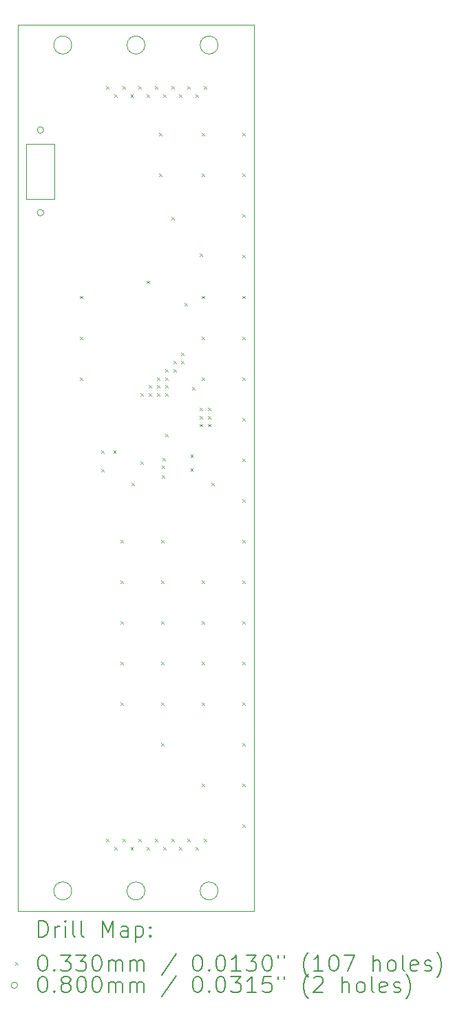
<source format=gbr>
%TF.GenerationSoftware,KiCad,Pcbnew,7.0.5*%
%TF.CreationDate,2023-06-06T16:58:11-04:00*%
%TF.ProjectId,SIDE,53494445-2e6b-4696-9361-645f70636258,rev?*%
%TF.SameCoordinates,Original*%
%TF.FileFunction,Drillmap*%
%TF.FilePolarity,Positive*%
%FSLAX45Y45*%
G04 Gerber Fmt 4.5, Leading zero omitted, Abs format (unit mm)*
G04 Created by KiCad (PCBNEW 7.0.5) date 2023-06-06 16:58:11*
%MOMM*%
%LPD*%
G01*
G04 APERTURE LIST*
%ADD10C,0.100000*%
%ADD11C,0.200000*%
%ADD12C,0.033020*%
%ADD13C,0.080000*%
G04 APERTURE END LIST*
D10*
X16622000Y-15021802D02*
X13722000Y-15021802D01*
X16622000Y-4121802D02*
X13722000Y-4121802D01*
X15282000Y-14771802D02*
G75*
G03*
X15282000Y-14771802I-110000J0D01*
G01*
X16622000Y-4121802D02*
X16622000Y-15021802D01*
X16182000Y-14771802D02*
G75*
G03*
X16182000Y-14771802I-110000J0D01*
G01*
X14382000Y-14771802D02*
G75*
G03*
X14382000Y-14771802I-110000J0D01*
G01*
X14382000Y-4371802D02*
G75*
G03*
X14382000Y-4371802I-110000J0D01*
G01*
X16182000Y-4371802D02*
G75*
G03*
X16182000Y-4371802I-110000J0D01*
G01*
X13722000Y-4121802D02*
X13722000Y-15021802D01*
X13822000Y-5591802D02*
X14172000Y-5591802D01*
X14172000Y-6261802D01*
X13822000Y-6261802D01*
X13822000Y-5591802D01*
X15282000Y-4371802D02*
G75*
G03*
X15282000Y-4371802I-110000J0D01*
G01*
D11*
D12*
X14480490Y-7455292D02*
X14513510Y-7488312D01*
X14513510Y-7455292D02*
X14480490Y-7488312D01*
X14480490Y-7955292D02*
X14513510Y-7988312D01*
X14513510Y-7955292D02*
X14480490Y-7988312D01*
X14480490Y-8455292D02*
X14513510Y-8488312D01*
X14513510Y-8455292D02*
X14480490Y-8488312D01*
X14742240Y-9359292D02*
X14775260Y-9392312D01*
X14775260Y-9359292D02*
X14742240Y-9392312D01*
X14742240Y-9588292D02*
X14775260Y-9621312D01*
X14775260Y-9588292D02*
X14742240Y-9621312D01*
X14805490Y-4880292D02*
X14838510Y-4913312D01*
X14838510Y-4880292D02*
X14805490Y-4913312D01*
X14805490Y-14130292D02*
X14838510Y-14163312D01*
X14838510Y-14130292D02*
X14805490Y-14163312D01*
X14893490Y-9357542D02*
X14926510Y-9390562D01*
X14926510Y-9357542D02*
X14893490Y-9390562D01*
X14905490Y-4980292D02*
X14938510Y-5013312D01*
X14938510Y-4980292D02*
X14905490Y-5013312D01*
X14905490Y-14230292D02*
X14938510Y-14263312D01*
X14938510Y-14230292D02*
X14905490Y-14263312D01*
X14980490Y-10455292D02*
X15013510Y-10488312D01*
X15013510Y-10455292D02*
X14980490Y-10488312D01*
X14980490Y-10955292D02*
X15013510Y-10988312D01*
X15013510Y-10955292D02*
X14980490Y-10988312D01*
X14980490Y-11455292D02*
X15013510Y-11488312D01*
X15013510Y-11455292D02*
X14980490Y-11488312D01*
X14980490Y-11955292D02*
X15013510Y-11988312D01*
X15013510Y-11955292D02*
X14980490Y-11988312D01*
X14980490Y-12455292D02*
X15013510Y-12488312D01*
X15013510Y-12455292D02*
X14980490Y-12488312D01*
X15005490Y-4880292D02*
X15038510Y-4913312D01*
X15038510Y-4880292D02*
X15005490Y-4913312D01*
X15005490Y-14130292D02*
X15038510Y-14163312D01*
X15038510Y-14130292D02*
X15005490Y-14163312D01*
X15105490Y-4980292D02*
X15138510Y-5013312D01*
X15138510Y-4980292D02*
X15105490Y-5013312D01*
X15105490Y-14230292D02*
X15138510Y-14263312D01*
X15138510Y-14230292D02*
X15105490Y-14263312D01*
X15114240Y-9752292D02*
X15147260Y-9785312D01*
X15147260Y-9752292D02*
X15114240Y-9785312D01*
X15205490Y-4880292D02*
X15238510Y-4913312D01*
X15238510Y-4880292D02*
X15205490Y-4913312D01*
X15205490Y-14130292D02*
X15238510Y-14163312D01*
X15238510Y-14130292D02*
X15205490Y-14163312D01*
X15229490Y-9493292D02*
X15262510Y-9526312D01*
X15262510Y-9493292D02*
X15229490Y-9526312D01*
X15230490Y-8655292D02*
X15263510Y-8688312D01*
X15263510Y-8655292D02*
X15230490Y-8688312D01*
X15305490Y-4980292D02*
X15338510Y-5013312D01*
X15338510Y-4980292D02*
X15305490Y-5013312D01*
X15305490Y-7269292D02*
X15338510Y-7302312D01*
X15338510Y-7269292D02*
X15305490Y-7302312D01*
X15305490Y-14230292D02*
X15338510Y-14263312D01*
X15338510Y-14230292D02*
X15305490Y-14263312D01*
X15330490Y-8555292D02*
X15363510Y-8588312D01*
X15363510Y-8555292D02*
X15330490Y-8588312D01*
X15330490Y-8655292D02*
X15363510Y-8688312D01*
X15363510Y-8655292D02*
X15330490Y-8688312D01*
X15405490Y-4880292D02*
X15438510Y-4913312D01*
X15438510Y-4880292D02*
X15405490Y-4913312D01*
X15405490Y-14130292D02*
X15438510Y-14163312D01*
X15438510Y-14130292D02*
X15405490Y-14163312D01*
X15430490Y-8455292D02*
X15463510Y-8488312D01*
X15463510Y-8455292D02*
X15430490Y-8488312D01*
X15430490Y-8555292D02*
X15463510Y-8588312D01*
X15463510Y-8555292D02*
X15430490Y-8588312D01*
X15430490Y-8655292D02*
X15463510Y-8688312D01*
X15463510Y-8655292D02*
X15430490Y-8688312D01*
X15455490Y-5455292D02*
X15488510Y-5488312D01*
X15488510Y-5455292D02*
X15455490Y-5488312D01*
X15455490Y-5955292D02*
X15488510Y-5988312D01*
X15488510Y-5955292D02*
X15455490Y-5988312D01*
X15480490Y-10455292D02*
X15513510Y-10488312D01*
X15513510Y-10455292D02*
X15480490Y-10488312D01*
X15480490Y-10955292D02*
X15513510Y-10988312D01*
X15513510Y-10955292D02*
X15480490Y-10988312D01*
X15480490Y-11455292D02*
X15513510Y-11488312D01*
X15513510Y-11455292D02*
X15480490Y-11488312D01*
X15480490Y-11955292D02*
X15513510Y-11988312D01*
X15513510Y-11955292D02*
X15480490Y-11988312D01*
X15480490Y-12455292D02*
X15513510Y-12488312D01*
X15513510Y-12455292D02*
X15480490Y-12488312D01*
X15480490Y-12955292D02*
X15513510Y-12988312D01*
X15513510Y-12955292D02*
X15480490Y-12988312D01*
X15488490Y-9541292D02*
X15521510Y-9574312D01*
X15521510Y-9541292D02*
X15488490Y-9574312D01*
X15493490Y-9659292D02*
X15526510Y-9692312D01*
X15526510Y-9659292D02*
X15493490Y-9692312D01*
X15495490Y-9448292D02*
X15528510Y-9481312D01*
X15528510Y-9448292D02*
X15495490Y-9481312D01*
X15505490Y-4980292D02*
X15538510Y-5013312D01*
X15538510Y-4980292D02*
X15505490Y-5013312D01*
X15505490Y-14230292D02*
X15538510Y-14263312D01*
X15538510Y-14230292D02*
X15505490Y-14263312D01*
X15530490Y-8355292D02*
X15563510Y-8388312D01*
X15563510Y-8355292D02*
X15530490Y-8388312D01*
X15530490Y-8455292D02*
X15563510Y-8488312D01*
X15563510Y-8455292D02*
X15530490Y-8488312D01*
X15530490Y-8555292D02*
X15563510Y-8588312D01*
X15563510Y-8555292D02*
X15530490Y-8588312D01*
X15530490Y-8655292D02*
X15563510Y-8688312D01*
X15563510Y-8655292D02*
X15530490Y-8688312D01*
X15530490Y-9155292D02*
X15563510Y-9188312D01*
X15563510Y-9155292D02*
X15530490Y-9188312D01*
X15605490Y-4880292D02*
X15638510Y-4913312D01*
X15638510Y-4880292D02*
X15605490Y-4913312D01*
X15605490Y-6483490D02*
X15638510Y-6516510D01*
X15638510Y-6483490D02*
X15605490Y-6516510D01*
X15605490Y-14130292D02*
X15638510Y-14163312D01*
X15638510Y-14130292D02*
X15605490Y-14163312D01*
X15630490Y-8255292D02*
X15663510Y-8288312D01*
X15663510Y-8255292D02*
X15630490Y-8288312D01*
X15630490Y-8355292D02*
X15663510Y-8388312D01*
X15663510Y-8355292D02*
X15630490Y-8388312D01*
X15705490Y-4980292D02*
X15738510Y-5013312D01*
X15738510Y-4980292D02*
X15705490Y-5013312D01*
X15705490Y-14230292D02*
X15738510Y-14263312D01*
X15738510Y-14230292D02*
X15705490Y-14263312D01*
X15730490Y-8155292D02*
X15763510Y-8188312D01*
X15763510Y-8155292D02*
X15730490Y-8188312D01*
X15730490Y-8255292D02*
X15763510Y-8288312D01*
X15763510Y-8255292D02*
X15730490Y-8288312D01*
X15767490Y-7546292D02*
X15800510Y-7579312D01*
X15800510Y-7546292D02*
X15767490Y-7579312D01*
X15805490Y-4880292D02*
X15838510Y-4913312D01*
X15838510Y-4880292D02*
X15805490Y-4913312D01*
X15805490Y-14130292D02*
X15838510Y-14163312D01*
X15838510Y-14130292D02*
X15805490Y-14163312D01*
X15841490Y-9403292D02*
X15874510Y-9436312D01*
X15874510Y-9403292D02*
X15841490Y-9436312D01*
X15841490Y-9575542D02*
X15874510Y-9608562D01*
X15874510Y-9575542D02*
X15841490Y-9608562D01*
X15859490Y-8578292D02*
X15892510Y-8611312D01*
X15892510Y-8578292D02*
X15859490Y-8611312D01*
X15905490Y-4980292D02*
X15938510Y-5013312D01*
X15938510Y-4980292D02*
X15905490Y-5013312D01*
X15905490Y-14230292D02*
X15938510Y-14263312D01*
X15938510Y-14230292D02*
X15905490Y-14263312D01*
X15955490Y-6933490D02*
X15988510Y-6966510D01*
X15988510Y-6933490D02*
X15955490Y-6966510D01*
X15955490Y-8830292D02*
X15988510Y-8863312D01*
X15988510Y-8830292D02*
X15955490Y-8863312D01*
X15955490Y-8930292D02*
X15988510Y-8963312D01*
X15988510Y-8930292D02*
X15955490Y-8963312D01*
X15955490Y-9030292D02*
X15988510Y-9063312D01*
X15988510Y-9030292D02*
X15955490Y-9063312D01*
X15980490Y-5455292D02*
X16013510Y-5488312D01*
X16013510Y-5455292D02*
X15980490Y-5488312D01*
X15980490Y-5955292D02*
X16013510Y-5988312D01*
X16013510Y-5955292D02*
X15980490Y-5988312D01*
X15980490Y-7455292D02*
X16013510Y-7488312D01*
X16013510Y-7455292D02*
X15980490Y-7488312D01*
X15980490Y-7955292D02*
X16013510Y-7988312D01*
X16013510Y-7955292D02*
X15980490Y-7988312D01*
X15980490Y-8455292D02*
X16013510Y-8488312D01*
X16013510Y-8455292D02*
X15980490Y-8488312D01*
X15980490Y-10955292D02*
X16013510Y-10988312D01*
X16013510Y-10955292D02*
X15980490Y-10988312D01*
X15980490Y-11455292D02*
X16013510Y-11488312D01*
X16013510Y-11455292D02*
X15980490Y-11488312D01*
X15980490Y-11955292D02*
X16013510Y-11988312D01*
X16013510Y-11955292D02*
X15980490Y-11988312D01*
X15980490Y-12455292D02*
X16013510Y-12488312D01*
X16013510Y-12455292D02*
X15980490Y-12488312D01*
X15980490Y-13455292D02*
X16013510Y-13488312D01*
X16013510Y-13455292D02*
X15980490Y-13488312D01*
X16005490Y-4880292D02*
X16038510Y-4913312D01*
X16038510Y-4880292D02*
X16005490Y-4913312D01*
X16005490Y-14130292D02*
X16038510Y-14163312D01*
X16038510Y-14130292D02*
X16005490Y-14163312D01*
X16055490Y-8830292D02*
X16088510Y-8863312D01*
X16088510Y-8830292D02*
X16055490Y-8863312D01*
X16055490Y-8930292D02*
X16088510Y-8963312D01*
X16088510Y-8930292D02*
X16055490Y-8963312D01*
X16055490Y-9030292D02*
X16088510Y-9063312D01*
X16088510Y-9030292D02*
X16055490Y-9063312D01*
X16098490Y-9752292D02*
X16131510Y-9785312D01*
X16131510Y-9752292D02*
X16098490Y-9785312D01*
X16480490Y-5455292D02*
X16513510Y-5488312D01*
X16513510Y-5455292D02*
X16480490Y-5488312D01*
X16480490Y-5955292D02*
X16513510Y-5988312D01*
X16513510Y-5955292D02*
X16480490Y-5988312D01*
X16480490Y-6455292D02*
X16513510Y-6488312D01*
X16513510Y-6455292D02*
X16480490Y-6488312D01*
X16480490Y-6955292D02*
X16513510Y-6988312D01*
X16513510Y-6955292D02*
X16480490Y-6988312D01*
X16480490Y-7455292D02*
X16513510Y-7488312D01*
X16513510Y-7455292D02*
X16480490Y-7488312D01*
X16480490Y-7955292D02*
X16513510Y-7988312D01*
X16513510Y-7955292D02*
X16480490Y-7988312D01*
X16480490Y-8455292D02*
X16513510Y-8488312D01*
X16513510Y-8455292D02*
X16480490Y-8488312D01*
X16480490Y-8955292D02*
X16513510Y-8988312D01*
X16513510Y-8955292D02*
X16480490Y-8988312D01*
X16480490Y-9455292D02*
X16513510Y-9488312D01*
X16513510Y-9455292D02*
X16480490Y-9488312D01*
X16480490Y-9955292D02*
X16513510Y-9988312D01*
X16513510Y-9955292D02*
X16480490Y-9988312D01*
X16480490Y-10455292D02*
X16513510Y-10488312D01*
X16513510Y-10455292D02*
X16480490Y-10488312D01*
X16480490Y-10955292D02*
X16513510Y-10988312D01*
X16513510Y-10955292D02*
X16480490Y-10988312D01*
X16480490Y-11455292D02*
X16513510Y-11488312D01*
X16513510Y-11455292D02*
X16480490Y-11488312D01*
X16480490Y-11955292D02*
X16513510Y-11988312D01*
X16513510Y-11955292D02*
X16480490Y-11988312D01*
X16480490Y-12455292D02*
X16513510Y-12488312D01*
X16513510Y-12455292D02*
X16480490Y-12488312D01*
X16480490Y-12955292D02*
X16513510Y-12988312D01*
X16513510Y-12955292D02*
X16480490Y-12988312D01*
X16480490Y-13455292D02*
X16513510Y-13488312D01*
X16513510Y-13455292D02*
X16480490Y-13488312D01*
X16480490Y-13955292D02*
X16513510Y-13988312D01*
X16513510Y-13955292D02*
X16480490Y-13988312D01*
D13*
X14037000Y-5417000D02*
G75*
G03*
X14037000Y-5417000I-40000J0D01*
G01*
X14037000Y-6433000D02*
G75*
G03*
X14037000Y-6433000I-40000J0D01*
G01*
D11*
X13977777Y-15338286D02*
X13977777Y-15138286D01*
X13977777Y-15138286D02*
X14025396Y-15138286D01*
X14025396Y-15138286D02*
X14053967Y-15147810D01*
X14053967Y-15147810D02*
X14073015Y-15166857D01*
X14073015Y-15166857D02*
X14082539Y-15185905D01*
X14082539Y-15185905D02*
X14092062Y-15224000D01*
X14092062Y-15224000D02*
X14092062Y-15252572D01*
X14092062Y-15252572D02*
X14082539Y-15290667D01*
X14082539Y-15290667D02*
X14073015Y-15309714D01*
X14073015Y-15309714D02*
X14053967Y-15328762D01*
X14053967Y-15328762D02*
X14025396Y-15338286D01*
X14025396Y-15338286D02*
X13977777Y-15338286D01*
X14177777Y-15338286D02*
X14177777Y-15204953D01*
X14177777Y-15243048D02*
X14187301Y-15224000D01*
X14187301Y-15224000D02*
X14196824Y-15214476D01*
X14196824Y-15214476D02*
X14215872Y-15204953D01*
X14215872Y-15204953D02*
X14234920Y-15204953D01*
X14301586Y-15338286D02*
X14301586Y-15204953D01*
X14301586Y-15138286D02*
X14292062Y-15147810D01*
X14292062Y-15147810D02*
X14301586Y-15157334D01*
X14301586Y-15157334D02*
X14311110Y-15147810D01*
X14311110Y-15147810D02*
X14301586Y-15138286D01*
X14301586Y-15138286D02*
X14301586Y-15157334D01*
X14425396Y-15338286D02*
X14406348Y-15328762D01*
X14406348Y-15328762D02*
X14396824Y-15309714D01*
X14396824Y-15309714D02*
X14396824Y-15138286D01*
X14530158Y-15338286D02*
X14511110Y-15328762D01*
X14511110Y-15328762D02*
X14501586Y-15309714D01*
X14501586Y-15309714D02*
X14501586Y-15138286D01*
X14758729Y-15338286D02*
X14758729Y-15138286D01*
X14758729Y-15138286D02*
X14825396Y-15281143D01*
X14825396Y-15281143D02*
X14892062Y-15138286D01*
X14892062Y-15138286D02*
X14892062Y-15338286D01*
X15073015Y-15338286D02*
X15073015Y-15233524D01*
X15073015Y-15233524D02*
X15063491Y-15214476D01*
X15063491Y-15214476D02*
X15044443Y-15204953D01*
X15044443Y-15204953D02*
X15006348Y-15204953D01*
X15006348Y-15204953D02*
X14987301Y-15214476D01*
X15073015Y-15328762D02*
X15053967Y-15338286D01*
X15053967Y-15338286D02*
X15006348Y-15338286D01*
X15006348Y-15338286D02*
X14987301Y-15328762D01*
X14987301Y-15328762D02*
X14977777Y-15309714D01*
X14977777Y-15309714D02*
X14977777Y-15290667D01*
X14977777Y-15290667D02*
X14987301Y-15271619D01*
X14987301Y-15271619D02*
X15006348Y-15262095D01*
X15006348Y-15262095D02*
X15053967Y-15262095D01*
X15053967Y-15262095D02*
X15073015Y-15252572D01*
X15168253Y-15204953D02*
X15168253Y-15404953D01*
X15168253Y-15214476D02*
X15187301Y-15204953D01*
X15187301Y-15204953D02*
X15225396Y-15204953D01*
X15225396Y-15204953D02*
X15244443Y-15214476D01*
X15244443Y-15214476D02*
X15253967Y-15224000D01*
X15253967Y-15224000D02*
X15263491Y-15243048D01*
X15263491Y-15243048D02*
X15263491Y-15300191D01*
X15263491Y-15300191D02*
X15253967Y-15319238D01*
X15253967Y-15319238D02*
X15244443Y-15328762D01*
X15244443Y-15328762D02*
X15225396Y-15338286D01*
X15225396Y-15338286D02*
X15187301Y-15338286D01*
X15187301Y-15338286D02*
X15168253Y-15328762D01*
X15349205Y-15319238D02*
X15358729Y-15328762D01*
X15358729Y-15328762D02*
X15349205Y-15338286D01*
X15349205Y-15338286D02*
X15339682Y-15328762D01*
X15339682Y-15328762D02*
X15349205Y-15319238D01*
X15349205Y-15319238D02*
X15349205Y-15338286D01*
X15349205Y-15214476D02*
X15358729Y-15224000D01*
X15358729Y-15224000D02*
X15349205Y-15233524D01*
X15349205Y-15233524D02*
X15339682Y-15224000D01*
X15339682Y-15224000D02*
X15349205Y-15214476D01*
X15349205Y-15214476D02*
X15349205Y-15233524D01*
D12*
X13683980Y-15650292D02*
X13717000Y-15683312D01*
X13717000Y-15650292D02*
X13683980Y-15683312D01*
D11*
X14015872Y-15558286D02*
X14034920Y-15558286D01*
X14034920Y-15558286D02*
X14053967Y-15567810D01*
X14053967Y-15567810D02*
X14063491Y-15577334D01*
X14063491Y-15577334D02*
X14073015Y-15596381D01*
X14073015Y-15596381D02*
X14082539Y-15634476D01*
X14082539Y-15634476D02*
X14082539Y-15682095D01*
X14082539Y-15682095D02*
X14073015Y-15720191D01*
X14073015Y-15720191D02*
X14063491Y-15739238D01*
X14063491Y-15739238D02*
X14053967Y-15748762D01*
X14053967Y-15748762D02*
X14034920Y-15758286D01*
X14034920Y-15758286D02*
X14015872Y-15758286D01*
X14015872Y-15758286D02*
X13996824Y-15748762D01*
X13996824Y-15748762D02*
X13987301Y-15739238D01*
X13987301Y-15739238D02*
X13977777Y-15720191D01*
X13977777Y-15720191D02*
X13968253Y-15682095D01*
X13968253Y-15682095D02*
X13968253Y-15634476D01*
X13968253Y-15634476D02*
X13977777Y-15596381D01*
X13977777Y-15596381D02*
X13987301Y-15577334D01*
X13987301Y-15577334D02*
X13996824Y-15567810D01*
X13996824Y-15567810D02*
X14015872Y-15558286D01*
X14168253Y-15739238D02*
X14177777Y-15748762D01*
X14177777Y-15748762D02*
X14168253Y-15758286D01*
X14168253Y-15758286D02*
X14158729Y-15748762D01*
X14158729Y-15748762D02*
X14168253Y-15739238D01*
X14168253Y-15739238D02*
X14168253Y-15758286D01*
X14244443Y-15558286D02*
X14368253Y-15558286D01*
X14368253Y-15558286D02*
X14301586Y-15634476D01*
X14301586Y-15634476D02*
X14330158Y-15634476D01*
X14330158Y-15634476D02*
X14349205Y-15644000D01*
X14349205Y-15644000D02*
X14358729Y-15653524D01*
X14358729Y-15653524D02*
X14368253Y-15672572D01*
X14368253Y-15672572D02*
X14368253Y-15720191D01*
X14368253Y-15720191D02*
X14358729Y-15739238D01*
X14358729Y-15739238D02*
X14349205Y-15748762D01*
X14349205Y-15748762D02*
X14330158Y-15758286D01*
X14330158Y-15758286D02*
X14273015Y-15758286D01*
X14273015Y-15758286D02*
X14253967Y-15748762D01*
X14253967Y-15748762D02*
X14244443Y-15739238D01*
X14434920Y-15558286D02*
X14558729Y-15558286D01*
X14558729Y-15558286D02*
X14492062Y-15634476D01*
X14492062Y-15634476D02*
X14520634Y-15634476D01*
X14520634Y-15634476D02*
X14539682Y-15644000D01*
X14539682Y-15644000D02*
X14549205Y-15653524D01*
X14549205Y-15653524D02*
X14558729Y-15672572D01*
X14558729Y-15672572D02*
X14558729Y-15720191D01*
X14558729Y-15720191D02*
X14549205Y-15739238D01*
X14549205Y-15739238D02*
X14539682Y-15748762D01*
X14539682Y-15748762D02*
X14520634Y-15758286D01*
X14520634Y-15758286D02*
X14463491Y-15758286D01*
X14463491Y-15758286D02*
X14444443Y-15748762D01*
X14444443Y-15748762D02*
X14434920Y-15739238D01*
X14682539Y-15558286D02*
X14701586Y-15558286D01*
X14701586Y-15558286D02*
X14720634Y-15567810D01*
X14720634Y-15567810D02*
X14730158Y-15577334D01*
X14730158Y-15577334D02*
X14739682Y-15596381D01*
X14739682Y-15596381D02*
X14749205Y-15634476D01*
X14749205Y-15634476D02*
X14749205Y-15682095D01*
X14749205Y-15682095D02*
X14739682Y-15720191D01*
X14739682Y-15720191D02*
X14730158Y-15739238D01*
X14730158Y-15739238D02*
X14720634Y-15748762D01*
X14720634Y-15748762D02*
X14701586Y-15758286D01*
X14701586Y-15758286D02*
X14682539Y-15758286D01*
X14682539Y-15758286D02*
X14663491Y-15748762D01*
X14663491Y-15748762D02*
X14653967Y-15739238D01*
X14653967Y-15739238D02*
X14644443Y-15720191D01*
X14644443Y-15720191D02*
X14634920Y-15682095D01*
X14634920Y-15682095D02*
X14634920Y-15634476D01*
X14634920Y-15634476D02*
X14644443Y-15596381D01*
X14644443Y-15596381D02*
X14653967Y-15577334D01*
X14653967Y-15577334D02*
X14663491Y-15567810D01*
X14663491Y-15567810D02*
X14682539Y-15558286D01*
X14834920Y-15758286D02*
X14834920Y-15624953D01*
X14834920Y-15644000D02*
X14844443Y-15634476D01*
X14844443Y-15634476D02*
X14863491Y-15624953D01*
X14863491Y-15624953D02*
X14892063Y-15624953D01*
X14892063Y-15624953D02*
X14911110Y-15634476D01*
X14911110Y-15634476D02*
X14920634Y-15653524D01*
X14920634Y-15653524D02*
X14920634Y-15758286D01*
X14920634Y-15653524D02*
X14930158Y-15634476D01*
X14930158Y-15634476D02*
X14949205Y-15624953D01*
X14949205Y-15624953D02*
X14977777Y-15624953D01*
X14977777Y-15624953D02*
X14996824Y-15634476D01*
X14996824Y-15634476D02*
X15006348Y-15653524D01*
X15006348Y-15653524D02*
X15006348Y-15758286D01*
X15101586Y-15758286D02*
X15101586Y-15624953D01*
X15101586Y-15644000D02*
X15111110Y-15634476D01*
X15111110Y-15634476D02*
X15130158Y-15624953D01*
X15130158Y-15624953D02*
X15158729Y-15624953D01*
X15158729Y-15624953D02*
X15177777Y-15634476D01*
X15177777Y-15634476D02*
X15187301Y-15653524D01*
X15187301Y-15653524D02*
X15187301Y-15758286D01*
X15187301Y-15653524D02*
X15196824Y-15634476D01*
X15196824Y-15634476D02*
X15215872Y-15624953D01*
X15215872Y-15624953D02*
X15244443Y-15624953D01*
X15244443Y-15624953D02*
X15263491Y-15634476D01*
X15263491Y-15634476D02*
X15273015Y-15653524D01*
X15273015Y-15653524D02*
X15273015Y-15758286D01*
X15663491Y-15548762D02*
X15492063Y-15805905D01*
X15920634Y-15558286D02*
X15939682Y-15558286D01*
X15939682Y-15558286D02*
X15958729Y-15567810D01*
X15958729Y-15567810D02*
X15968253Y-15577334D01*
X15968253Y-15577334D02*
X15977777Y-15596381D01*
X15977777Y-15596381D02*
X15987301Y-15634476D01*
X15987301Y-15634476D02*
X15987301Y-15682095D01*
X15987301Y-15682095D02*
X15977777Y-15720191D01*
X15977777Y-15720191D02*
X15968253Y-15739238D01*
X15968253Y-15739238D02*
X15958729Y-15748762D01*
X15958729Y-15748762D02*
X15939682Y-15758286D01*
X15939682Y-15758286D02*
X15920634Y-15758286D01*
X15920634Y-15758286D02*
X15901586Y-15748762D01*
X15901586Y-15748762D02*
X15892063Y-15739238D01*
X15892063Y-15739238D02*
X15882539Y-15720191D01*
X15882539Y-15720191D02*
X15873015Y-15682095D01*
X15873015Y-15682095D02*
X15873015Y-15634476D01*
X15873015Y-15634476D02*
X15882539Y-15596381D01*
X15882539Y-15596381D02*
X15892063Y-15577334D01*
X15892063Y-15577334D02*
X15901586Y-15567810D01*
X15901586Y-15567810D02*
X15920634Y-15558286D01*
X16073015Y-15739238D02*
X16082539Y-15748762D01*
X16082539Y-15748762D02*
X16073015Y-15758286D01*
X16073015Y-15758286D02*
X16063491Y-15748762D01*
X16063491Y-15748762D02*
X16073015Y-15739238D01*
X16073015Y-15739238D02*
X16073015Y-15758286D01*
X16206348Y-15558286D02*
X16225396Y-15558286D01*
X16225396Y-15558286D02*
X16244444Y-15567810D01*
X16244444Y-15567810D02*
X16253967Y-15577334D01*
X16253967Y-15577334D02*
X16263491Y-15596381D01*
X16263491Y-15596381D02*
X16273015Y-15634476D01*
X16273015Y-15634476D02*
X16273015Y-15682095D01*
X16273015Y-15682095D02*
X16263491Y-15720191D01*
X16263491Y-15720191D02*
X16253967Y-15739238D01*
X16253967Y-15739238D02*
X16244444Y-15748762D01*
X16244444Y-15748762D02*
X16225396Y-15758286D01*
X16225396Y-15758286D02*
X16206348Y-15758286D01*
X16206348Y-15758286D02*
X16187301Y-15748762D01*
X16187301Y-15748762D02*
X16177777Y-15739238D01*
X16177777Y-15739238D02*
X16168253Y-15720191D01*
X16168253Y-15720191D02*
X16158729Y-15682095D01*
X16158729Y-15682095D02*
X16158729Y-15634476D01*
X16158729Y-15634476D02*
X16168253Y-15596381D01*
X16168253Y-15596381D02*
X16177777Y-15577334D01*
X16177777Y-15577334D02*
X16187301Y-15567810D01*
X16187301Y-15567810D02*
X16206348Y-15558286D01*
X16463491Y-15758286D02*
X16349206Y-15758286D01*
X16406348Y-15758286D02*
X16406348Y-15558286D01*
X16406348Y-15558286D02*
X16387301Y-15586857D01*
X16387301Y-15586857D02*
X16368253Y-15605905D01*
X16368253Y-15605905D02*
X16349206Y-15615429D01*
X16530158Y-15558286D02*
X16653967Y-15558286D01*
X16653967Y-15558286D02*
X16587301Y-15634476D01*
X16587301Y-15634476D02*
X16615872Y-15634476D01*
X16615872Y-15634476D02*
X16634920Y-15644000D01*
X16634920Y-15644000D02*
X16644444Y-15653524D01*
X16644444Y-15653524D02*
X16653967Y-15672572D01*
X16653967Y-15672572D02*
X16653967Y-15720191D01*
X16653967Y-15720191D02*
X16644444Y-15739238D01*
X16644444Y-15739238D02*
X16634920Y-15748762D01*
X16634920Y-15748762D02*
X16615872Y-15758286D01*
X16615872Y-15758286D02*
X16558729Y-15758286D01*
X16558729Y-15758286D02*
X16539682Y-15748762D01*
X16539682Y-15748762D02*
X16530158Y-15739238D01*
X16777777Y-15558286D02*
X16796825Y-15558286D01*
X16796825Y-15558286D02*
X16815872Y-15567810D01*
X16815872Y-15567810D02*
X16825396Y-15577334D01*
X16825396Y-15577334D02*
X16834920Y-15596381D01*
X16834920Y-15596381D02*
X16844444Y-15634476D01*
X16844444Y-15634476D02*
X16844444Y-15682095D01*
X16844444Y-15682095D02*
X16834920Y-15720191D01*
X16834920Y-15720191D02*
X16825396Y-15739238D01*
X16825396Y-15739238D02*
X16815872Y-15748762D01*
X16815872Y-15748762D02*
X16796825Y-15758286D01*
X16796825Y-15758286D02*
X16777777Y-15758286D01*
X16777777Y-15758286D02*
X16758729Y-15748762D01*
X16758729Y-15748762D02*
X16749206Y-15739238D01*
X16749206Y-15739238D02*
X16739682Y-15720191D01*
X16739682Y-15720191D02*
X16730158Y-15682095D01*
X16730158Y-15682095D02*
X16730158Y-15634476D01*
X16730158Y-15634476D02*
X16739682Y-15596381D01*
X16739682Y-15596381D02*
X16749206Y-15577334D01*
X16749206Y-15577334D02*
X16758729Y-15567810D01*
X16758729Y-15567810D02*
X16777777Y-15558286D01*
X16920634Y-15558286D02*
X16920634Y-15596381D01*
X16996825Y-15558286D02*
X16996825Y-15596381D01*
X17292063Y-15834476D02*
X17282539Y-15824953D01*
X17282539Y-15824953D02*
X17263491Y-15796381D01*
X17263491Y-15796381D02*
X17253968Y-15777334D01*
X17253968Y-15777334D02*
X17244444Y-15748762D01*
X17244444Y-15748762D02*
X17234920Y-15701143D01*
X17234920Y-15701143D02*
X17234920Y-15663048D01*
X17234920Y-15663048D02*
X17244444Y-15615429D01*
X17244444Y-15615429D02*
X17253968Y-15586857D01*
X17253968Y-15586857D02*
X17263491Y-15567810D01*
X17263491Y-15567810D02*
X17282539Y-15539238D01*
X17282539Y-15539238D02*
X17292063Y-15529714D01*
X17473015Y-15758286D02*
X17358730Y-15758286D01*
X17415872Y-15758286D02*
X17415872Y-15558286D01*
X17415872Y-15558286D02*
X17396825Y-15586857D01*
X17396825Y-15586857D02*
X17377777Y-15605905D01*
X17377777Y-15605905D02*
X17358730Y-15615429D01*
X17596825Y-15558286D02*
X17615872Y-15558286D01*
X17615872Y-15558286D02*
X17634920Y-15567810D01*
X17634920Y-15567810D02*
X17644444Y-15577334D01*
X17644444Y-15577334D02*
X17653968Y-15596381D01*
X17653968Y-15596381D02*
X17663491Y-15634476D01*
X17663491Y-15634476D02*
X17663491Y-15682095D01*
X17663491Y-15682095D02*
X17653968Y-15720191D01*
X17653968Y-15720191D02*
X17644444Y-15739238D01*
X17644444Y-15739238D02*
X17634920Y-15748762D01*
X17634920Y-15748762D02*
X17615872Y-15758286D01*
X17615872Y-15758286D02*
X17596825Y-15758286D01*
X17596825Y-15758286D02*
X17577777Y-15748762D01*
X17577777Y-15748762D02*
X17568253Y-15739238D01*
X17568253Y-15739238D02*
X17558730Y-15720191D01*
X17558730Y-15720191D02*
X17549206Y-15682095D01*
X17549206Y-15682095D02*
X17549206Y-15634476D01*
X17549206Y-15634476D02*
X17558730Y-15596381D01*
X17558730Y-15596381D02*
X17568253Y-15577334D01*
X17568253Y-15577334D02*
X17577777Y-15567810D01*
X17577777Y-15567810D02*
X17596825Y-15558286D01*
X17730158Y-15558286D02*
X17863491Y-15558286D01*
X17863491Y-15558286D02*
X17777777Y-15758286D01*
X18092063Y-15758286D02*
X18092063Y-15558286D01*
X18177777Y-15758286D02*
X18177777Y-15653524D01*
X18177777Y-15653524D02*
X18168253Y-15634476D01*
X18168253Y-15634476D02*
X18149206Y-15624953D01*
X18149206Y-15624953D02*
X18120634Y-15624953D01*
X18120634Y-15624953D02*
X18101587Y-15634476D01*
X18101587Y-15634476D02*
X18092063Y-15644000D01*
X18301587Y-15758286D02*
X18282539Y-15748762D01*
X18282539Y-15748762D02*
X18273015Y-15739238D01*
X18273015Y-15739238D02*
X18263492Y-15720191D01*
X18263492Y-15720191D02*
X18263492Y-15663048D01*
X18263492Y-15663048D02*
X18273015Y-15644000D01*
X18273015Y-15644000D02*
X18282539Y-15634476D01*
X18282539Y-15634476D02*
X18301587Y-15624953D01*
X18301587Y-15624953D02*
X18330158Y-15624953D01*
X18330158Y-15624953D02*
X18349206Y-15634476D01*
X18349206Y-15634476D02*
X18358730Y-15644000D01*
X18358730Y-15644000D02*
X18368253Y-15663048D01*
X18368253Y-15663048D02*
X18368253Y-15720191D01*
X18368253Y-15720191D02*
X18358730Y-15739238D01*
X18358730Y-15739238D02*
X18349206Y-15748762D01*
X18349206Y-15748762D02*
X18330158Y-15758286D01*
X18330158Y-15758286D02*
X18301587Y-15758286D01*
X18482539Y-15758286D02*
X18463492Y-15748762D01*
X18463492Y-15748762D02*
X18453968Y-15729714D01*
X18453968Y-15729714D02*
X18453968Y-15558286D01*
X18634920Y-15748762D02*
X18615873Y-15758286D01*
X18615873Y-15758286D02*
X18577777Y-15758286D01*
X18577777Y-15758286D02*
X18558730Y-15748762D01*
X18558730Y-15748762D02*
X18549206Y-15729714D01*
X18549206Y-15729714D02*
X18549206Y-15653524D01*
X18549206Y-15653524D02*
X18558730Y-15634476D01*
X18558730Y-15634476D02*
X18577777Y-15624953D01*
X18577777Y-15624953D02*
X18615873Y-15624953D01*
X18615873Y-15624953D02*
X18634920Y-15634476D01*
X18634920Y-15634476D02*
X18644444Y-15653524D01*
X18644444Y-15653524D02*
X18644444Y-15672572D01*
X18644444Y-15672572D02*
X18549206Y-15691619D01*
X18720634Y-15748762D02*
X18739682Y-15758286D01*
X18739682Y-15758286D02*
X18777777Y-15758286D01*
X18777777Y-15758286D02*
X18796825Y-15748762D01*
X18796825Y-15748762D02*
X18806349Y-15729714D01*
X18806349Y-15729714D02*
X18806349Y-15720191D01*
X18806349Y-15720191D02*
X18796825Y-15701143D01*
X18796825Y-15701143D02*
X18777777Y-15691619D01*
X18777777Y-15691619D02*
X18749206Y-15691619D01*
X18749206Y-15691619D02*
X18730158Y-15682095D01*
X18730158Y-15682095D02*
X18720634Y-15663048D01*
X18720634Y-15663048D02*
X18720634Y-15653524D01*
X18720634Y-15653524D02*
X18730158Y-15634476D01*
X18730158Y-15634476D02*
X18749206Y-15624953D01*
X18749206Y-15624953D02*
X18777777Y-15624953D01*
X18777777Y-15624953D02*
X18796825Y-15634476D01*
X18873015Y-15834476D02*
X18882539Y-15824953D01*
X18882539Y-15824953D02*
X18901587Y-15796381D01*
X18901587Y-15796381D02*
X18911111Y-15777334D01*
X18911111Y-15777334D02*
X18920634Y-15748762D01*
X18920634Y-15748762D02*
X18930158Y-15701143D01*
X18930158Y-15701143D02*
X18930158Y-15663048D01*
X18930158Y-15663048D02*
X18920634Y-15615429D01*
X18920634Y-15615429D02*
X18911111Y-15586857D01*
X18911111Y-15586857D02*
X18901587Y-15567810D01*
X18901587Y-15567810D02*
X18882539Y-15539238D01*
X18882539Y-15539238D02*
X18873015Y-15529714D01*
D13*
X13717000Y-15930802D02*
G75*
G03*
X13717000Y-15930802I-40000J0D01*
G01*
D11*
X14015872Y-15822286D02*
X14034920Y-15822286D01*
X14034920Y-15822286D02*
X14053967Y-15831810D01*
X14053967Y-15831810D02*
X14063491Y-15841334D01*
X14063491Y-15841334D02*
X14073015Y-15860381D01*
X14073015Y-15860381D02*
X14082539Y-15898476D01*
X14082539Y-15898476D02*
X14082539Y-15946095D01*
X14082539Y-15946095D02*
X14073015Y-15984191D01*
X14073015Y-15984191D02*
X14063491Y-16003238D01*
X14063491Y-16003238D02*
X14053967Y-16012762D01*
X14053967Y-16012762D02*
X14034920Y-16022286D01*
X14034920Y-16022286D02*
X14015872Y-16022286D01*
X14015872Y-16022286D02*
X13996824Y-16012762D01*
X13996824Y-16012762D02*
X13987301Y-16003238D01*
X13987301Y-16003238D02*
X13977777Y-15984191D01*
X13977777Y-15984191D02*
X13968253Y-15946095D01*
X13968253Y-15946095D02*
X13968253Y-15898476D01*
X13968253Y-15898476D02*
X13977777Y-15860381D01*
X13977777Y-15860381D02*
X13987301Y-15841334D01*
X13987301Y-15841334D02*
X13996824Y-15831810D01*
X13996824Y-15831810D02*
X14015872Y-15822286D01*
X14168253Y-16003238D02*
X14177777Y-16012762D01*
X14177777Y-16012762D02*
X14168253Y-16022286D01*
X14168253Y-16022286D02*
X14158729Y-16012762D01*
X14158729Y-16012762D02*
X14168253Y-16003238D01*
X14168253Y-16003238D02*
X14168253Y-16022286D01*
X14292062Y-15908000D02*
X14273015Y-15898476D01*
X14273015Y-15898476D02*
X14263491Y-15888953D01*
X14263491Y-15888953D02*
X14253967Y-15869905D01*
X14253967Y-15869905D02*
X14253967Y-15860381D01*
X14253967Y-15860381D02*
X14263491Y-15841334D01*
X14263491Y-15841334D02*
X14273015Y-15831810D01*
X14273015Y-15831810D02*
X14292062Y-15822286D01*
X14292062Y-15822286D02*
X14330158Y-15822286D01*
X14330158Y-15822286D02*
X14349205Y-15831810D01*
X14349205Y-15831810D02*
X14358729Y-15841334D01*
X14358729Y-15841334D02*
X14368253Y-15860381D01*
X14368253Y-15860381D02*
X14368253Y-15869905D01*
X14368253Y-15869905D02*
X14358729Y-15888953D01*
X14358729Y-15888953D02*
X14349205Y-15898476D01*
X14349205Y-15898476D02*
X14330158Y-15908000D01*
X14330158Y-15908000D02*
X14292062Y-15908000D01*
X14292062Y-15908000D02*
X14273015Y-15917524D01*
X14273015Y-15917524D02*
X14263491Y-15927048D01*
X14263491Y-15927048D02*
X14253967Y-15946095D01*
X14253967Y-15946095D02*
X14253967Y-15984191D01*
X14253967Y-15984191D02*
X14263491Y-16003238D01*
X14263491Y-16003238D02*
X14273015Y-16012762D01*
X14273015Y-16012762D02*
X14292062Y-16022286D01*
X14292062Y-16022286D02*
X14330158Y-16022286D01*
X14330158Y-16022286D02*
X14349205Y-16012762D01*
X14349205Y-16012762D02*
X14358729Y-16003238D01*
X14358729Y-16003238D02*
X14368253Y-15984191D01*
X14368253Y-15984191D02*
X14368253Y-15946095D01*
X14368253Y-15946095D02*
X14358729Y-15927048D01*
X14358729Y-15927048D02*
X14349205Y-15917524D01*
X14349205Y-15917524D02*
X14330158Y-15908000D01*
X14492062Y-15822286D02*
X14511110Y-15822286D01*
X14511110Y-15822286D02*
X14530158Y-15831810D01*
X14530158Y-15831810D02*
X14539682Y-15841334D01*
X14539682Y-15841334D02*
X14549205Y-15860381D01*
X14549205Y-15860381D02*
X14558729Y-15898476D01*
X14558729Y-15898476D02*
X14558729Y-15946095D01*
X14558729Y-15946095D02*
X14549205Y-15984191D01*
X14549205Y-15984191D02*
X14539682Y-16003238D01*
X14539682Y-16003238D02*
X14530158Y-16012762D01*
X14530158Y-16012762D02*
X14511110Y-16022286D01*
X14511110Y-16022286D02*
X14492062Y-16022286D01*
X14492062Y-16022286D02*
X14473015Y-16012762D01*
X14473015Y-16012762D02*
X14463491Y-16003238D01*
X14463491Y-16003238D02*
X14453967Y-15984191D01*
X14453967Y-15984191D02*
X14444443Y-15946095D01*
X14444443Y-15946095D02*
X14444443Y-15898476D01*
X14444443Y-15898476D02*
X14453967Y-15860381D01*
X14453967Y-15860381D02*
X14463491Y-15841334D01*
X14463491Y-15841334D02*
X14473015Y-15831810D01*
X14473015Y-15831810D02*
X14492062Y-15822286D01*
X14682539Y-15822286D02*
X14701586Y-15822286D01*
X14701586Y-15822286D02*
X14720634Y-15831810D01*
X14720634Y-15831810D02*
X14730158Y-15841334D01*
X14730158Y-15841334D02*
X14739682Y-15860381D01*
X14739682Y-15860381D02*
X14749205Y-15898476D01*
X14749205Y-15898476D02*
X14749205Y-15946095D01*
X14749205Y-15946095D02*
X14739682Y-15984191D01*
X14739682Y-15984191D02*
X14730158Y-16003238D01*
X14730158Y-16003238D02*
X14720634Y-16012762D01*
X14720634Y-16012762D02*
X14701586Y-16022286D01*
X14701586Y-16022286D02*
X14682539Y-16022286D01*
X14682539Y-16022286D02*
X14663491Y-16012762D01*
X14663491Y-16012762D02*
X14653967Y-16003238D01*
X14653967Y-16003238D02*
X14644443Y-15984191D01*
X14644443Y-15984191D02*
X14634920Y-15946095D01*
X14634920Y-15946095D02*
X14634920Y-15898476D01*
X14634920Y-15898476D02*
X14644443Y-15860381D01*
X14644443Y-15860381D02*
X14653967Y-15841334D01*
X14653967Y-15841334D02*
X14663491Y-15831810D01*
X14663491Y-15831810D02*
X14682539Y-15822286D01*
X14834920Y-16022286D02*
X14834920Y-15888953D01*
X14834920Y-15908000D02*
X14844443Y-15898476D01*
X14844443Y-15898476D02*
X14863491Y-15888953D01*
X14863491Y-15888953D02*
X14892063Y-15888953D01*
X14892063Y-15888953D02*
X14911110Y-15898476D01*
X14911110Y-15898476D02*
X14920634Y-15917524D01*
X14920634Y-15917524D02*
X14920634Y-16022286D01*
X14920634Y-15917524D02*
X14930158Y-15898476D01*
X14930158Y-15898476D02*
X14949205Y-15888953D01*
X14949205Y-15888953D02*
X14977777Y-15888953D01*
X14977777Y-15888953D02*
X14996824Y-15898476D01*
X14996824Y-15898476D02*
X15006348Y-15917524D01*
X15006348Y-15917524D02*
X15006348Y-16022286D01*
X15101586Y-16022286D02*
X15101586Y-15888953D01*
X15101586Y-15908000D02*
X15111110Y-15898476D01*
X15111110Y-15898476D02*
X15130158Y-15888953D01*
X15130158Y-15888953D02*
X15158729Y-15888953D01*
X15158729Y-15888953D02*
X15177777Y-15898476D01*
X15177777Y-15898476D02*
X15187301Y-15917524D01*
X15187301Y-15917524D02*
X15187301Y-16022286D01*
X15187301Y-15917524D02*
X15196824Y-15898476D01*
X15196824Y-15898476D02*
X15215872Y-15888953D01*
X15215872Y-15888953D02*
X15244443Y-15888953D01*
X15244443Y-15888953D02*
X15263491Y-15898476D01*
X15263491Y-15898476D02*
X15273015Y-15917524D01*
X15273015Y-15917524D02*
X15273015Y-16022286D01*
X15663491Y-15812762D02*
X15492063Y-16069905D01*
X15920634Y-15822286D02*
X15939682Y-15822286D01*
X15939682Y-15822286D02*
X15958729Y-15831810D01*
X15958729Y-15831810D02*
X15968253Y-15841334D01*
X15968253Y-15841334D02*
X15977777Y-15860381D01*
X15977777Y-15860381D02*
X15987301Y-15898476D01*
X15987301Y-15898476D02*
X15987301Y-15946095D01*
X15987301Y-15946095D02*
X15977777Y-15984191D01*
X15977777Y-15984191D02*
X15968253Y-16003238D01*
X15968253Y-16003238D02*
X15958729Y-16012762D01*
X15958729Y-16012762D02*
X15939682Y-16022286D01*
X15939682Y-16022286D02*
X15920634Y-16022286D01*
X15920634Y-16022286D02*
X15901586Y-16012762D01*
X15901586Y-16012762D02*
X15892063Y-16003238D01*
X15892063Y-16003238D02*
X15882539Y-15984191D01*
X15882539Y-15984191D02*
X15873015Y-15946095D01*
X15873015Y-15946095D02*
X15873015Y-15898476D01*
X15873015Y-15898476D02*
X15882539Y-15860381D01*
X15882539Y-15860381D02*
X15892063Y-15841334D01*
X15892063Y-15841334D02*
X15901586Y-15831810D01*
X15901586Y-15831810D02*
X15920634Y-15822286D01*
X16073015Y-16003238D02*
X16082539Y-16012762D01*
X16082539Y-16012762D02*
X16073015Y-16022286D01*
X16073015Y-16022286D02*
X16063491Y-16012762D01*
X16063491Y-16012762D02*
X16073015Y-16003238D01*
X16073015Y-16003238D02*
X16073015Y-16022286D01*
X16206348Y-15822286D02*
X16225396Y-15822286D01*
X16225396Y-15822286D02*
X16244444Y-15831810D01*
X16244444Y-15831810D02*
X16253967Y-15841334D01*
X16253967Y-15841334D02*
X16263491Y-15860381D01*
X16263491Y-15860381D02*
X16273015Y-15898476D01*
X16273015Y-15898476D02*
X16273015Y-15946095D01*
X16273015Y-15946095D02*
X16263491Y-15984191D01*
X16263491Y-15984191D02*
X16253967Y-16003238D01*
X16253967Y-16003238D02*
X16244444Y-16012762D01*
X16244444Y-16012762D02*
X16225396Y-16022286D01*
X16225396Y-16022286D02*
X16206348Y-16022286D01*
X16206348Y-16022286D02*
X16187301Y-16012762D01*
X16187301Y-16012762D02*
X16177777Y-16003238D01*
X16177777Y-16003238D02*
X16168253Y-15984191D01*
X16168253Y-15984191D02*
X16158729Y-15946095D01*
X16158729Y-15946095D02*
X16158729Y-15898476D01*
X16158729Y-15898476D02*
X16168253Y-15860381D01*
X16168253Y-15860381D02*
X16177777Y-15841334D01*
X16177777Y-15841334D02*
X16187301Y-15831810D01*
X16187301Y-15831810D02*
X16206348Y-15822286D01*
X16339682Y-15822286D02*
X16463491Y-15822286D01*
X16463491Y-15822286D02*
X16396825Y-15898476D01*
X16396825Y-15898476D02*
X16425396Y-15898476D01*
X16425396Y-15898476D02*
X16444444Y-15908000D01*
X16444444Y-15908000D02*
X16453967Y-15917524D01*
X16453967Y-15917524D02*
X16463491Y-15936572D01*
X16463491Y-15936572D02*
X16463491Y-15984191D01*
X16463491Y-15984191D02*
X16453967Y-16003238D01*
X16453967Y-16003238D02*
X16444444Y-16012762D01*
X16444444Y-16012762D02*
X16425396Y-16022286D01*
X16425396Y-16022286D02*
X16368253Y-16022286D01*
X16368253Y-16022286D02*
X16349206Y-16012762D01*
X16349206Y-16012762D02*
X16339682Y-16003238D01*
X16653967Y-16022286D02*
X16539682Y-16022286D01*
X16596825Y-16022286D02*
X16596825Y-15822286D01*
X16596825Y-15822286D02*
X16577777Y-15850857D01*
X16577777Y-15850857D02*
X16558729Y-15869905D01*
X16558729Y-15869905D02*
X16539682Y-15879429D01*
X16834920Y-15822286D02*
X16739682Y-15822286D01*
X16739682Y-15822286D02*
X16730158Y-15917524D01*
X16730158Y-15917524D02*
X16739682Y-15908000D01*
X16739682Y-15908000D02*
X16758729Y-15898476D01*
X16758729Y-15898476D02*
X16806349Y-15898476D01*
X16806349Y-15898476D02*
X16825396Y-15908000D01*
X16825396Y-15908000D02*
X16834920Y-15917524D01*
X16834920Y-15917524D02*
X16844444Y-15936572D01*
X16844444Y-15936572D02*
X16844444Y-15984191D01*
X16844444Y-15984191D02*
X16834920Y-16003238D01*
X16834920Y-16003238D02*
X16825396Y-16012762D01*
X16825396Y-16012762D02*
X16806349Y-16022286D01*
X16806349Y-16022286D02*
X16758729Y-16022286D01*
X16758729Y-16022286D02*
X16739682Y-16012762D01*
X16739682Y-16012762D02*
X16730158Y-16003238D01*
X16920634Y-15822286D02*
X16920634Y-15860381D01*
X16996825Y-15822286D02*
X16996825Y-15860381D01*
X17292063Y-16098476D02*
X17282539Y-16088953D01*
X17282539Y-16088953D02*
X17263491Y-16060381D01*
X17263491Y-16060381D02*
X17253968Y-16041334D01*
X17253968Y-16041334D02*
X17244444Y-16012762D01*
X17244444Y-16012762D02*
X17234920Y-15965143D01*
X17234920Y-15965143D02*
X17234920Y-15927048D01*
X17234920Y-15927048D02*
X17244444Y-15879429D01*
X17244444Y-15879429D02*
X17253968Y-15850857D01*
X17253968Y-15850857D02*
X17263491Y-15831810D01*
X17263491Y-15831810D02*
X17282539Y-15803238D01*
X17282539Y-15803238D02*
X17292063Y-15793714D01*
X17358730Y-15841334D02*
X17368253Y-15831810D01*
X17368253Y-15831810D02*
X17387301Y-15822286D01*
X17387301Y-15822286D02*
X17434920Y-15822286D01*
X17434920Y-15822286D02*
X17453968Y-15831810D01*
X17453968Y-15831810D02*
X17463491Y-15841334D01*
X17463491Y-15841334D02*
X17473015Y-15860381D01*
X17473015Y-15860381D02*
X17473015Y-15879429D01*
X17473015Y-15879429D02*
X17463491Y-15908000D01*
X17463491Y-15908000D02*
X17349206Y-16022286D01*
X17349206Y-16022286D02*
X17473015Y-16022286D01*
X17711111Y-16022286D02*
X17711111Y-15822286D01*
X17796825Y-16022286D02*
X17796825Y-15917524D01*
X17796825Y-15917524D02*
X17787301Y-15898476D01*
X17787301Y-15898476D02*
X17768253Y-15888953D01*
X17768253Y-15888953D02*
X17739682Y-15888953D01*
X17739682Y-15888953D02*
X17720634Y-15898476D01*
X17720634Y-15898476D02*
X17711111Y-15908000D01*
X17920634Y-16022286D02*
X17901587Y-16012762D01*
X17901587Y-16012762D02*
X17892063Y-16003238D01*
X17892063Y-16003238D02*
X17882539Y-15984191D01*
X17882539Y-15984191D02*
X17882539Y-15927048D01*
X17882539Y-15927048D02*
X17892063Y-15908000D01*
X17892063Y-15908000D02*
X17901587Y-15898476D01*
X17901587Y-15898476D02*
X17920634Y-15888953D01*
X17920634Y-15888953D02*
X17949206Y-15888953D01*
X17949206Y-15888953D02*
X17968253Y-15898476D01*
X17968253Y-15898476D02*
X17977777Y-15908000D01*
X17977777Y-15908000D02*
X17987301Y-15927048D01*
X17987301Y-15927048D02*
X17987301Y-15984191D01*
X17987301Y-15984191D02*
X17977777Y-16003238D01*
X17977777Y-16003238D02*
X17968253Y-16012762D01*
X17968253Y-16012762D02*
X17949206Y-16022286D01*
X17949206Y-16022286D02*
X17920634Y-16022286D01*
X18101587Y-16022286D02*
X18082539Y-16012762D01*
X18082539Y-16012762D02*
X18073015Y-15993714D01*
X18073015Y-15993714D02*
X18073015Y-15822286D01*
X18253968Y-16012762D02*
X18234920Y-16022286D01*
X18234920Y-16022286D02*
X18196825Y-16022286D01*
X18196825Y-16022286D02*
X18177777Y-16012762D01*
X18177777Y-16012762D02*
X18168253Y-15993714D01*
X18168253Y-15993714D02*
X18168253Y-15917524D01*
X18168253Y-15917524D02*
X18177777Y-15898476D01*
X18177777Y-15898476D02*
X18196825Y-15888953D01*
X18196825Y-15888953D02*
X18234920Y-15888953D01*
X18234920Y-15888953D02*
X18253968Y-15898476D01*
X18253968Y-15898476D02*
X18263492Y-15917524D01*
X18263492Y-15917524D02*
X18263492Y-15936572D01*
X18263492Y-15936572D02*
X18168253Y-15955619D01*
X18339682Y-16012762D02*
X18358730Y-16022286D01*
X18358730Y-16022286D02*
X18396825Y-16022286D01*
X18396825Y-16022286D02*
X18415873Y-16012762D01*
X18415873Y-16012762D02*
X18425396Y-15993714D01*
X18425396Y-15993714D02*
X18425396Y-15984191D01*
X18425396Y-15984191D02*
X18415873Y-15965143D01*
X18415873Y-15965143D02*
X18396825Y-15955619D01*
X18396825Y-15955619D02*
X18368253Y-15955619D01*
X18368253Y-15955619D02*
X18349206Y-15946095D01*
X18349206Y-15946095D02*
X18339682Y-15927048D01*
X18339682Y-15927048D02*
X18339682Y-15917524D01*
X18339682Y-15917524D02*
X18349206Y-15898476D01*
X18349206Y-15898476D02*
X18368253Y-15888953D01*
X18368253Y-15888953D02*
X18396825Y-15888953D01*
X18396825Y-15888953D02*
X18415873Y-15898476D01*
X18492063Y-16098476D02*
X18501587Y-16088953D01*
X18501587Y-16088953D02*
X18520634Y-16060381D01*
X18520634Y-16060381D02*
X18530158Y-16041334D01*
X18530158Y-16041334D02*
X18539682Y-16012762D01*
X18539682Y-16012762D02*
X18549206Y-15965143D01*
X18549206Y-15965143D02*
X18549206Y-15927048D01*
X18549206Y-15927048D02*
X18539682Y-15879429D01*
X18539682Y-15879429D02*
X18530158Y-15850857D01*
X18530158Y-15850857D02*
X18520634Y-15831810D01*
X18520634Y-15831810D02*
X18501587Y-15803238D01*
X18501587Y-15803238D02*
X18492063Y-15793714D01*
M02*

</source>
